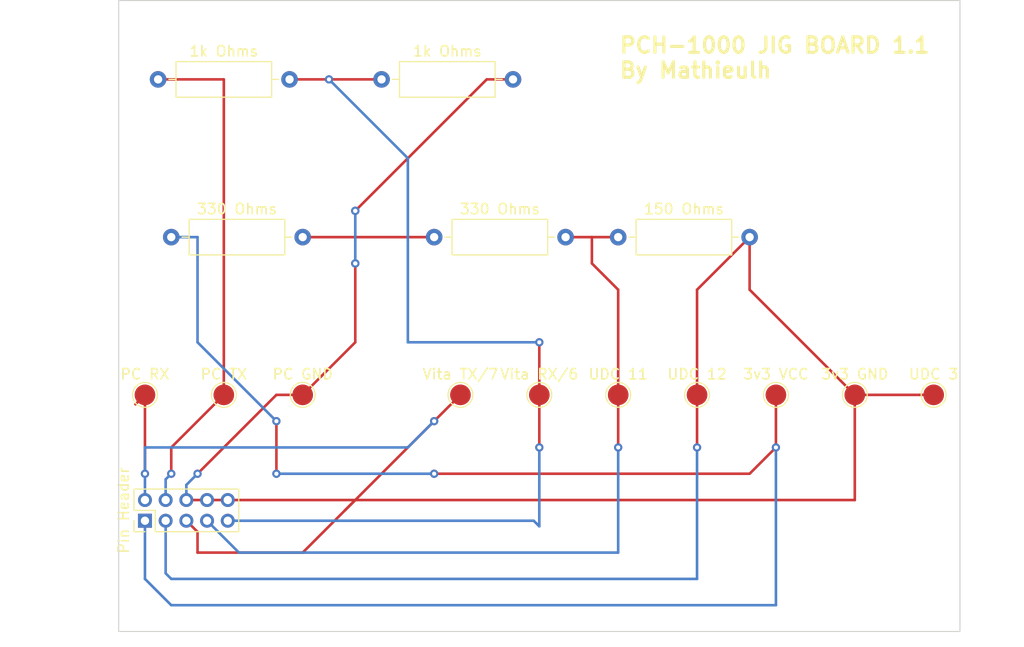
<source format=kicad_pcb>
(kicad_pcb (version 20221018) (generator pcbnew)
  (layers (0 "F.Cu" signal) (31 "B.Cu" signal) (34 "B.Paste" user) (35 "F.Paste" user) (36 "B.SilkS" user "B.Silkscreen") (37 "F.SilkS" user "F.Silkscreen") (38 "B.Mask" user) (39 "F.Mask" user) (44 "Edge.Cuts" user))
  (net 0 "")
  (footprint "Resistor_THT:R_Axial_DIN0309_L9.0mm_D3.2mm_P12.70mm_Horizontal" (layer "F.Cu") (at 20.32 38.1)
    (fp_text reference "330 Ohms" (at 6.35 -2.72) (layer "F.SilkS"))
    (fp_text value "R_Axial_DIN0309_L9.0mm_D3.2mm_P12.70mm_Horizontal")
    (fp_line (start 1.04 0) (end 1.73 0) (stroke (width 0.12)) (layer "F.SilkS"))
    (fp_line (start 1.73 -1.72) (end 1.73 1.72) (stroke (width 0.12)) (layer "F.SilkS"))
    (fp_line (start 1.73 1.72) (end 10.97 1.72) (stroke (width 0.12)) (layer "F.SilkS"))
    (fp_line (start 10.97 -1.72) (end 1.73 -1.72) (stroke (width 0.12)) (layer "F.SilkS"))
    (fp_line (start 10.97 1.72) (end 10.97 -1.72) (stroke (width 0.12)) (layer "F.SilkS"))
    (fp_line (start 11.66 0) (end 10.97 0) (stroke (width 0.12)) (layer "F.SilkS"))
    (pad "1" thru_hole circle (at 0 0) (size 1.6 1.6) (drill 0.8) (layers "*.Cu" "*.Mask"))
    (pad "2" thru_hole oval (at 12.7 0) (size 1.6 1.6) (drill 0.8) (layers "*.Cu" "*.Mask"))
  )
  (footprint "Connector_PinHeader_2.00mm:PinHeader_2x05_P2.00mm_Vertical" (layer "F.Cu") (at 17.78 65.5 90)
    (fp_text reference "Pin Header" (at 1 -2.06 90) (layer "F.SilkS"))
    (fp_text value "PinHeader_2x05_P2.00mm_Vertical")
    (fp_line (start -1.06 -1.06) (end 0 -1.06) (stroke (width 0.12)) (layer "F.SilkS"))
    (fp_line (start -1.06 0) (end -1.06 -1.06) (stroke (width 0.12)) (layer "F.SilkS"))
    (fp_line (start -1.06 1) (end -1.06 9.06) (stroke (width 0.12)) (layer "F.SilkS"))
    (fp_line (start -1.06 1) (end 1 1) (stroke (width 0.12)) (layer "F.SilkS"))
    (fp_line (start -1.06 9.06) (end 3.06 9.06) (stroke (width 0.12)) (layer "F.SilkS"))
    (fp_line (start 1 -1.06) (end 3.06 -1.06) (stroke (width 0.12)) (layer "F.SilkS"))
    (fp_line (start 1 1) (end 1 -1.06) (stroke (width 0.12)) (layer "F.SilkS"))
    (fp_line (start 3.06 -1.06) (end 3.06 9.06) (stroke (width 0.12)) (layer "F.SilkS"))
    (pad "1" thru_hole rect (at 0 0 90) (size 1.35 1.35) (drill 0.8) (layers "*.Cu" "*.Mask"))
    (pad "2" thru_hole oval (at 2 0 90) (size 1.35 1.35) (drill 0.8) (layers "*.Cu" "*.Mask"))
    (pad "3" thru_hole oval (at 0 2 90) (size 1.35 1.35) (drill 0.8) (layers "*.Cu" "*.Mask"))
    (pad "4" thru_hole oval (at 2 2 90) (size 1.35 1.35) (drill 0.8) (layers "*.Cu" "*.Mask"))
    (pad "5" thru_hole oval (at 0 4 90) (size 1.35 1.35) (drill 0.8) (layers "*.Cu" "*.Mask"))
    (pad "6" thru_hole oval (at 2 4 90) (size 1.35 1.35) (drill 0.8) (layers "*.Cu" "*.Mask"))
    (pad "7" thru_hole oval (at 0 6 90) (size 1.35 1.35) (drill 0.8) (layers "*.Cu" "*.Mask"))
    (pad "8" thru_hole oval (at 2 6 90) (size 1.35 1.35) (drill 0.8) (layers "*.Cu" "*.Mask"))
    (pad "9" thru_hole oval (at 0 8 90) (size 1.35 1.35) (drill 0.8) (layers "*.Cu" "*.Mask"))
    (pad "10" thru_hole oval (at 2 8 90) (size 1.35 1.35) (drill 0.8) (layers "*.Cu" "*.Mask"))
  )
  (footprint "TestPoint:TestPoint_Pad_D2.0mm" (layer "F.Cu") (at 78.74 53.34)
    (fp_text reference "3v3 VCC" (at 0 -1.998) (layer "F.SilkS"))
    (fp_text value "TestPoint_Pad_D2.0mm")
    (fp_circle (center 0 0) (end 0 1.2) (stroke (width 0.12)) (fill none) (layer "F.SilkS"))
    (pad "1" smd circle (at 0 0) (size 2 2) (layers "F.Cu" "F.Mask"))
  )
  (footprint "Resistor_THT:R_Axial_DIN0309_L9.0mm_D3.2mm_P12.70mm_Horizontal" (layer "F.Cu") (at 19.05 22.86)
    (fp_text reference "1k Ohms" (at 6.35 -2.72) (layer "F.SilkS"))
    (fp_text value "R_Axial_DIN0309_L9.0mm_D3.2mm_P12.70mm_Horizontal")
    (fp_line (start 1.04 0) (end 1.73 0) (stroke (width 0.12)) (layer "F.SilkS"))
    (fp_line (start 1.73 -1.72) (end 1.73 1.72) (stroke (width 0.12)) (layer "F.SilkS"))
    (fp_line (start 1.73 1.72) (end 10.97 1.72) (stroke (width 0.12)) (layer "F.SilkS"))
    (fp_line (start 10.97 -1.72) (end 1.73 -1.72) (stroke (width 0.12)) (layer "F.SilkS"))
    (fp_line (start 10.97 1.72) (end 10.97 -1.72) (stroke (width 0.12)) (layer "F.SilkS"))
    (fp_line (start 11.66 0) (end 10.97 0) (stroke (width 0.12)) (layer "F.SilkS"))
    (pad "1" thru_hole circle (at 0 0) (size 1.6 1.6) (drill 0.8) (layers "*.Cu" "*.Mask"))
    (pad "2" thru_hole oval (at 12.7 0) (size 1.6 1.6) (drill 0.8) (layers "*.Cu" "*.Mask"))
  )
  (footprint "TestPoint:TestPoint_Pad_D2.0mm" (layer "F.Cu") (at 48.26 53.34)
    (fp_text reference "Vita TX/7" (at 0 -1.998) (layer "F.SilkS"))
    (fp_text value "TestPoint_Pad_D2.0mm")
    (fp_circle (center 0 0) (end 0 1.2) (stroke (width 0.12)) (fill none) (layer "F.SilkS"))
    (pad "1" smd circle (at 0 0) (size 2 2) (layers "F.Cu" "F.Mask"))
  )
  (footprint "TestPoint:TestPoint_Pad_D2.0mm" (layer "F.Cu") (at 17.78 53.34)
    (fp_text reference "PC RX" (at 0 -1.998) (layer "F.SilkS"))
    (fp_text value "TestPoint_Pad_D2.0mm")
    (fp_circle (center 0 0) (end 0 1.2) (stroke (width 0.12)) (fill none) (layer "F.SilkS"))
    (pad "1" smd circle (at 0 0) (size 2 2) (layers "F.Cu" "F.Mask"))
  )
  (footprint "TestPoint:TestPoint_Pad_D2.0mm" (layer "F.Cu") (at 71.12 53.34)
    (fp_text reference "UDC 12" (at 0 -1.998) (layer "F.SilkS"))
    (fp_text value "TestPoint_Pad_D2.0mm")
    (fp_circle (center 0 0) (end 0 1.2) (stroke (width 0.12)) (fill none) (layer "F.SilkS"))
    (pad "1" smd circle (at 0 0) (size 2 2) (layers "F.Cu" "F.Mask"))
  )
  (footprint "TestPoint:TestPoint_Pad_D2.0mm" (layer "F.Cu") (at 93.98 53.34)
    (fp_text reference "UDC 3" (at 0 -1.998) (layer "F.SilkS"))
    (fp_text value "TestPoint_Pad_D2.0mm")
    (fp_circle (center 0 0) (end 0 1.2) (stroke (width 0.12)) (fill none) (layer "F.SilkS"))
    (pad "1" smd circle (at 0 0) (size 2 2) (layers "F.Cu" "F.Mask"))
  )
  (footprint "TestPoint:TestPoint_Pad_D2.0mm" (layer "F.Cu") (at 86.36 53.34)
    (fp_text reference "3v3 GND" (at 0 -1.998) (layer "F.SilkS"))
    (fp_text value "TestPoint_Pad_D2.0mm")
    (fp_circle (center 0 0) (end 0 1.2) (stroke (width 0.12)) (fill none) (layer "F.SilkS"))
    (pad "1" smd circle (at 0 0) (size 2 2) (layers "F.Cu" "F.Mask"))
  )
  (footprint "Resistor_THT:R_Axial_DIN0309_L9.0mm_D3.2mm_P12.70mm_Horizontal" (layer "F.Cu") (at 45.72 38.1)
    (fp_text reference "330 Ohms" (at 6.35 -2.72) (layer "F.SilkS"))
    (fp_text value "R_Axial_DIN0309_L9.0mm_D3.2mm_P12.70mm_Horizontal")
    (fp_line (start 1.04 0) (end 1.73 0) (stroke (width 0.12)) (layer "F.SilkS"))
    (fp_line (start 1.73 -1.72) (end 1.73 1.72) (stroke (width 0.12)) (layer "F.SilkS"))
    (fp_line (start 1.73 1.72) (end 10.97 1.72) (stroke (width 0.12)) (layer "F.SilkS"))
    (fp_line (start 10.97 -1.72) (end 1.73 -1.72) (stroke (width 0.12)) (layer "F.SilkS"))
    (fp_line (start 10.97 1.72) (end 10.97 -1.72) (stroke (width 0.12)) (layer "F.SilkS"))
    (fp_line (start 11.66 0) (end 10.97 0) (stroke (width 0.12)) (layer "F.SilkS"))
    (pad "1" thru_hole circle (at 0 0) (size 1.6 1.6) (drill 0.8) (layers "*.Cu" "*.Mask"))
    (pad "2" thru_hole oval (at 12.7 0) (size 1.6 1.6) (drill 0.8) (layers "*.Cu" "*.Mask"))
  )
  (footprint "TestPoint:TestPoint_Pad_D2.0mm" (layer "F.Cu") (at 33.02 53.34)
    (fp_text reference "PC GND" (at 0 -1.998) (layer "F.SilkS"))
    (fp_text value "TestPoint_Pad_D2.0mm")
    (fp_circle (center 0 0) (end 0 1.2) (stroke (width 0.12)) (fill none) (layer "F.SilkS"))
    (pad "1" smd circle (at 0 0) (size 2 2) (layers "F.Cu" "F.Mask"))
  )
  (footprint "Resistor_THT:R_Axial_DIN0309_L9.0mm_D3.2mm_P12.70mm_Horizontal" (layer "F.Cu") (at 40.64 22.86)
    (fp_text reference "1k Ohms" (at 6.35 -2.72) (layer "F.SilkS"))
    (fp_text value "R_Axial_DIN0309_L9.0mm_D3.2mm_P12.70mm_Horizontal")
    (fp_line (start 1.04 0) (end 1.73 0) (stroke (width 0.12)) (layer "F.SilkS"))
    (fp_line (start 1.73 -1.72) (end 1.73 1.72) (stroke (width 0.12)) (layer "F.SilkS"))
    (fp_line (start 1.73 1.72) (end 10.97 1.72) (stroke (width 0.12)) (layer "F.SilkS"))
    (fp_line (start 10.97 -1.72) (end 1.73 -1.72) (stroke (width 0.12)) (layer "F.SilkS"))
    (fp_line (start 10.97 1.72) (end 10.97 -1.72) (stroke (width 0.12)) (layer "F.SilkS"))
    (fp_line (start 11.66 0) (end 10.97 0) (stroke (width 0.12)) (layer "F.SilkS"))
    (pad "1" thru_hole circle (at 0 0) (size 1.6 1.6) (drill 0.8) (layers "*.Cu" "*.Mask"))
    (pad "2" thru_hole oval (at 12.7 0) (size 1.6 1.6) (drill 0.8) (layers "*.Cu" "*.Mask"))
  )
  (footprint "TestPoint:TestPoint_Pad_D2.0mm" (layer "F.Cu") (at 63.5 53.34)
    (fp_text reference "UDC 11" (at 0 -1.998) (layer "F.SilkS"))
    (fp_text value "TestPoint_Pad_D2.0mm")
    (fp_circle (center 0 0) (end 0 1.2) (stroke (width 0.12)) (fill none) (layer "F.SilkS"))
    (pad "1" smd circle (at 0 0) (size 2 2) (layers "F.Cu" "F.Mask"))
  )
  (footprint "TestPoint:TestPoint_Pad_D2.0mm" (layer "F.Cu") (at 25.4 53.34)
    (fp_text reference "PC TX" (at 0 -1.998) (layer "F.SilkS"))
    (fp_text value "TestPoint_Pad_D2.0mm")
    (fp_circle (center 0 0) (end 0 1.2) (stroke (width 0.12)) (fill none) (layer "F.SilkS"))
    (pad "1" smd circle (at 0 0) (size 2 2) (layers "F.Cu" "F.Mask"))
  )
  (footprint "TestPoint:TestPoint_Pad_D2.0mm" (layer "F.Cu") (at 55.88 53.34)
    (fp_text reference "Vita RX/6" (at 0 -1.998) (layer "F.SilkS"))
    (fp_text value "TestPoint_Pad_D2.0mm")
    (fp_circle (center 0 0) (end 0 1.2) (stroke (width 0.12)) (fill none) (layer "F.SilkS"))
    (pad "1" smd circle (at 0 0) (size 2 2) (layers "F.Cu" "F.Mask"))
  )
  (footprint "Resistor_THT:R_Axial_DIN0309_L9.0mm_D3.2mm_P12.70mm_Horizontal" (layer "F.Cu") (at 63.5 38.1)
    (fp_text reference "150 Ohms" (at 6.35 -2.72) (layer "F.SilkS"))
    (fp_text value "R_Axial_DIN0309_L9.0mm_D3.2mm_P12.70mm_Horizontal")
    (fp_line (start 1.04 0) (end 1.73 0) (stroke (width 0.12)) (layer "F.SilkS"))
    (fp_line (start 1.73 -1.72) (end 1.73 1.72) (stroke (width 0.12)) (layer "F.SilkS"))
    (fp_line (start 1.73 1.72) (end 10.97 1.72) (stroke (width 0.12)) (layer "F.SilkS"))
    (fp_line (start 10.97 -1.72) (end 1.73 -1.72) (stroke (width 0.12)) (layer "F.SilkS"))
    (fp_line (start 10.97 1.72) (end 10.97 -1.72) (stroke (width 0.12)) (layer "F.SilkS"))
    (fp_line (start 11.66 0) (end 10.97 0) (stroke (width 0.12)) (layer "F.SilkS"))
    (pad "1" thru_hole circle (at 0 0) (size 1.6 1.6) (drill 0.8) (layers "*.Cu" "*.Mask"))
    (pad "2" thru_hole oval (at 12.7 0) (size 1.6 1.6) (drill 0.8) (layers "*.Cu" "*.Mask"))
  )
  (gr_rect (start 15.24 15.24) (end 96.52 76.2) (stroke (width 0.1)) (fill none) (layer "Edge.Cuts"))
  (gr_text "PCH-1000 JIG BOARD 1.1\nBy Mathieulh" (at 63.5 22.86) (layer "F.SilkS") (effects (font (size 1.5 1.5) (thickness 0.3) bold) (justify left bottom)))
  (segment (start 33.02 53.34) (end 38.1 48.26) (width 0.25) (layer "F.Cu") (net 0))
  (segment (start 50.8 22.86) (end 53.34 22.86) (width 0.25) (layer "F.Cu") (net 0))
  (segment (start 86.36 53.34) (end 93.98 53.34) (width 0.25) (layer "F.Cu") (net 0))
  (segment (start 17.78 58.42) (end 17.78 53.34) (width 0.25) (layer "F.Cu") (net 0))
  (segment (start 78.74 58.42) (end 78.74 53.34) (width 0.25) (layer "F.Cu") (net 0))
  (segment (start 63.5 43.18) (end 60.96 40.64) (width 0.25) (layer "F.Cu") (net 0))
  (segment (start 76.2 38.1) (end 76.2 43.18) (width 0.25) (layer "F.Cu") (net 0))
  (segment (start 20.32 58.42) (end 25.4 53.34) (width 0.25) (layer "F.Cu") (net 0))
  (segment (start 63.5 53.34) (end 63.5 43.18) (width 0.25) (layer "F.Cu") (net 0))
  (segment (start 86.36 63.5) (end 25.78 63.5) (width 0.25) (layer "F.Cu") (net 0))
  (segment (start 71.12 53.34) (end 71.12 43.18) (width 0.25) (layer "F.Cu") (net 0))
  (segment (start 25.78 63.5) (end 23.78 63.5) (width 0.25) (layer "F.Cu") (net 0))
  (segment (start 35.56 22.86) (end 40.64 22.86) (width 0.25) (layer "F.Cu") (net 0))
  (segment (start 38.1 48.26) (end 38.1 40.64) (width 0.25) (layer "F.Cu") (net 0))
  (segment (start 71.12 58.42) (end 71.12 53.34) (width 0.25) (layer "F.Cu") (net 0))
  (segment (start 22.86 68.58) (end 22.86 66.58) (width 0.25) (layer "F.Cu") (net 0))
  (segment (start 38.1 35.56) (end 50.8 22.86) (width 0.25) (layer "F.Cu") (net 0))
  (segment (start 20.32 60.96) (end 20.32 58.42) (width 0.25) (layer "F.Cu") (net 0))
  (segment (start 35.56 22.86) (end 31.75 22.86) (width 0.25) (layer "F.Cu") (net 0))
  (segment (start 37.1 64.5) (end 45.72 55.88) (width 0.25) (layer "F.Cu") (net 0))
  (segment (start 30.48 53.34) (end 33.02 53.34) (width 0.25) (layer "F.Cu") (net 0))
  (segment (start 17.78 60.96) (end 17.78 58.42) (width 0.25) (layer "F.Cu") (net 0))
  (segment (start 63.5 38.1) (end 60.96 38.1) (width 0.25) (layer "F.Cu") (net 0))
  (segment (start 45.72 55.88) (end 48.26 53.34) (width 0.25) (layer "F.Cu") (net 0))
  (segment (start 33.02 38.1) (end 45.72 38.1) (width 0.25) (layer "F.Cu") (net 0))
  (segment (start 22.86 68.58) (end 33.02 68.58) (width 0.25) (layer "F.Cu") (net 0))
  (segment (start 86.36 63.5) (end 86.36 53.34) (width 0.25) (layer "F.Cu") (net 0))
  (segment (start 78.74 58.42) (end 76.2 60.96) (width 0.25) (layer "F.Cu") (net 0))
  (segment (start 22.86 66.58) (end 21.78 65.5) (width 0.25) (layer "F.Cu") (net 0))
  (segment (start 30.48 60.96) (end 30.48 55.88) (width 0.25) (layer "F.Cu") (net 0))
  (segment (start 58.42 38.1) (end 60.96 38.1) (width 0.25) (layer "F.Cu") (net 0))
  (segment (start 55.88 58.42) (end 55.88 53.34) (width 0.25) (layer "F.Cu") (net 0))
  (segment (start 71.12 43.18) (end 76.2 38.1) (width 0.25) (layer "F.Cu") (net 0))
  (segment (start 76.2 43.18) (end 86.36 53.34) (width 0.25) (layer "F.Cu") (net 0))
  (segment (start 55.88 48.26) (end 55.88 53.34) (width 0.25) (layer "F.Cu") (net 0))
  (segment (start 63.5 58.42) (end 63.5 53.34) (width 0.25) (layer "F.Cu") (net 0))
  (segment (start 76.2 60.96) (end 45.72 60.96) (width 0.25) (layer "F.Cu") (net 0))
  (segment (start 33.02 68.58) (end 38.1 63.5) (width 0.25) (layer "F.Cu") (net 0))
  (segment (start 60.96 40.64) (end 60.96 38.1) (width 0.25) (layer "F.Cu") (net 0))
  (segment (start 25.4 53.34) (end 25.4 22.86) (width 0.25) (layer "F.Cu") (net 0))
  (segment (start 16.86 54.26) (end 17.78 53.34) (width 0.25) (layer "F.Cu") (net 0))
  (segment (start 25.4 22.86) (end 19.05 22.86) (width 0.25) (layer "F.Cu") (net 0))
  (segment (start 22.86 60.96) (end 30.48 53.34) (width 0.25) (layer "F.Cu") (net 0))
  (segment (start 23.78 63.5) (end 21.78 63.5) (width 0.25) (layer "F.Cu") (net 0))
  (via (at 71.12 58.42) (size 0.8) (drill 0.4) (layers "F.Cu" "B.Cu") (net 0))
  (via (at 63.5 58.42) (size 0.8) (drill 0.4) (layers "F.Cu" "B.Cu") (net 0))
  (via (at 17.78 60.96) (size 0.8) (drill 0.4) (layers "F.Cu" "B.Cu") (net 0))
  (via (at 22.86 60.96) (size 0.8) (drill 0.4) (layers "F.Cu" "B.Cu") (net 0))
  (via (at 38.1 35.56) (size 0.8) (drill 0.4) (layers "F.Cu" "B.Cu") (net 0))
  (via (at 30.48 55.88) (size 0.8) (drill 0.4) (layers "F.Cu" "B.Cu") (net 0))
  (via (at 38.1 35.56) (size 0.8) (drill 0.4) (layers "F.Cu" "B.Cu") (net 0))
  (via (at 55.88 48.26) (size 0.8) (drill 0.4) (layers "F.Cu" "B.Cu") (net 0))
  (via (at 45.72 55.88) (size 0.8) (drill 0.4) (layers "F.Cu" "B.Cu") (net 0))
  (via (at 35.56 22.86) (size 0.8) (drill 0.4) (layers "F.Cu" "B.Cu") (net 0))
  (via (at 55.88 58.42) (size 0.8) (drill 0.4) (layers "F.Cu" "B.Cu") (net 0))
  (via (at 78.74 58.42) (size 0.8) (drill 0.4) (layers "F.Cu" "B.Cu") (net 0))
  (via (at 38.1 40.64) (size 0.8) (drill 0.4) (layers "F.Cu" "B.Cu") (net 0))
  (via (at 38.1 40.64) (size 0.8) (drill 0.4) (layers "F.Cu" "B.Cu") (net 0))
  (via (at 30.48 60.96) (size 0.8) (drill 0.4) (layers "F.Cu" "B.Cu") (net 0))
  (via (at 20.32 60.96) (size 0.8) (drill 0.4) (layers "F.Cu" "B.Cu") (net 0))
  (via (at 45.72 60.96) (size 0.8) (drill 0.4) (layers "F.Cu" "B.Cu") (net 0))
  (segment (start 71.12 71.12) (end 71.12 58.42) (width 0.25) (layer "B.Cu") (net 0))
  (segment (start 43.18 48.26) (end 55.88 48.26) (width 0.25) (layer "B.Cu") (net 0))
  (segment (start 17.78 60.96) (end 17.78 58.42) (width 0.25) (layer "B.Cu") (net 0))
  (segment (start 78.74 58.42) (end 78.74 73.66) (width 0.25) (layer "B.Cu") (net 0))
  (segment (start 30.48 55.88) (end 22.86 48.26) (width 0.25) (layer "B.Cu") (net 0))
  (segment (start 21.78 62.04) (end 21.78 63.5) (width 0.25) (layer "B.Cu") (net 0))
  (segment (start 55.88 66.04) (end 55.88 58.42) (width 0.25) (layer "B.Cu") (net 0))
  (segment (start 20.32 71.12) (end 19.78 70.58) (width 0.25) (layer "B.Cu") (net 0))
  (segment (start 43.18 58.42) (end 45.72 55.88) (width 0.25) (layer "B.Cu") (net 0))
  (segment (start 63.5 68.58) (end 63.5 58.42) (width 0.25) (layer "B.Cu") (net 0))
  (segment (start 17.78 60.96) (end 17.78 63.5) (width 0.25) (layer "B.Cu") (net 0))
  (segment (start 17.78 71.12) (end 17.78 65.5) (width 0.25) (layer "B.Cu") (net 0))
  (segment (start 26.86 68.58) (end 23.78 65.5) (width 0.25) (layer "B.Cu") (net 0))
  (segment (start 20.32 71.12) (end 71.12 71.12) (width 0.25) (layer "B.Cu") (net 0))
  (segment (start 43.18 30.48) (end 43.18 48.26) (width 0.25) (layer "B.Cu") (net 0))
  (segment (start 19.78 61.5) (end 19.78 63.5) (width 0.25) (layer "B.Cu") (net 0))
  (segment (start 55.34 65.5) (end 25.78 65.5) (width 0.25) (layer "B.Cu") (net 0))
  (segment (start 63.5 68.58) (end 26.86 68.58) (width 0.25) (layer "B.Cu") (net 0))
  (segment (start 22.86 48.26) (end 22.86 38.1) (width 0.25) (layer "B.Cu") (net 0))
  (segment (start 17.78 58.42) (end 43.18 58.42) (width 0.25) (layer "B.Cu") (net 0))
  (segment (start 78.74 73.66) (end 20.32 73.66) (width 0.25) (layer "B.Cu") (net 0))
  (segment (start 22.86 38.1) (end 20.32 38.1) (width 0.25) (layer "B.Cu") (net 0))
  (segment (start 20.32 60.96) (end 19.78 61.5) (width 0.25) (layer "B.Cu") (net 0))
  (segment (start 38.1 40.64) (end 38.1 35.56) (width 0.25) (layer "B.Cu") (net 0))
  (segment (start 45.72 60.96) (end 30.48 60.96) (width 0.25) (layer "B.Cu") (net 0))
  (segment (start 22.86 60.96) (end 21.78 62.04) (width 0.25) (layer "B.Cu") (net 0))
  (segment (start 55.34 65.5) (end 55.88 66.04) (width 0.25) (layer "B.Cu") (net 0))
  (segment (start 20.32 73.66) (end 17.78 71.12) (width 0.25) (layer "B.Cu") (net 0))
  (segment (start 35.56 22.86) (end 43.18 30.48) (width 0.25) (layer "B.Cu") (net 0))
  (segment (start 19.78 70.58) (end 19.78 65.5) (width 0.25) (layer "B.Cu") (net 0))
)
</source>
